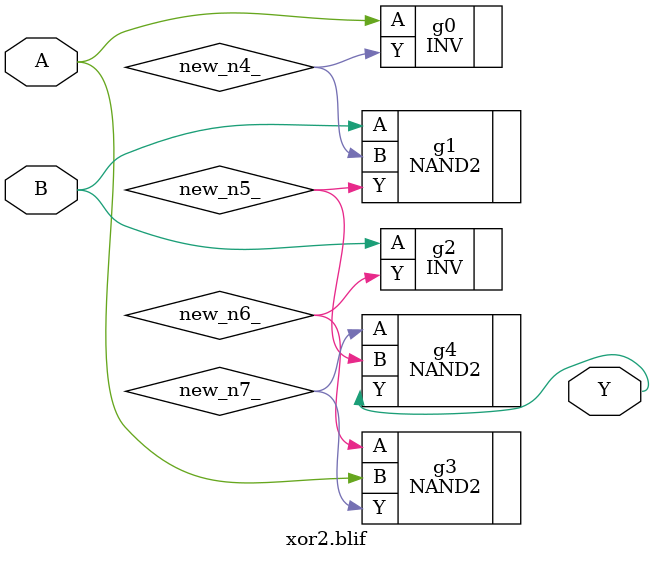
<source format=v>

module \xor2.blif  ( 
    A, B,
    Y  );
  input  A, B;
  output Y;
  wire new_n4_, new_n5_, new_n6_, new_n7_;
  INV   g0(.A(A), .Y(new_n4_));
  NAND2 g1(.A(B), .B(new_n4_), .Y(new_n5_));
  INV   g2(.A(B), .Y(new_n6_));
  NAND2 g3(.A(new_n6_), .B(A), .Y(new_n7_));
  NAND2 g4(.A(new_n7_), .B(new_n5_), .Y(Y));
endmodule



</source>
